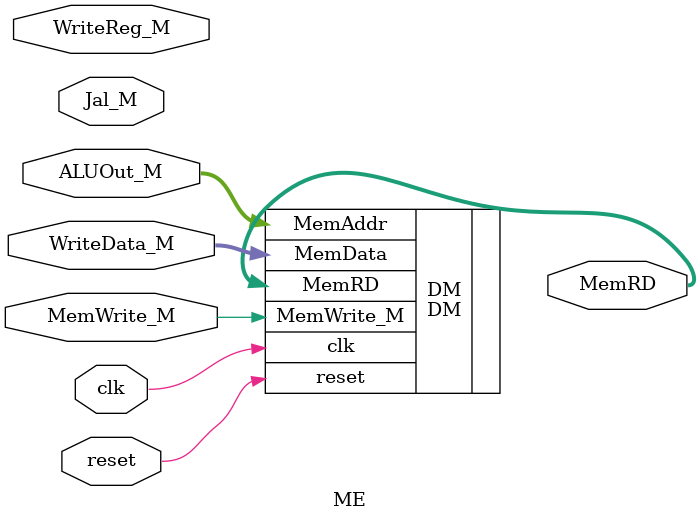
<source format=v>
`timescale 1ns / 1ps
module ME(
	 input clk,
	 input reset,
	 input MemWrite_M,
	 inout [31:0] ALUOut_M,
	 inout Jal_M,
	 input [31:0] WriteData_M,
	 inout [4:0] WriteReg_M,
	 output [31:0] MemRD
    ); 
	 
	 DM DM(.clk(clk), .reset(reset), .MemAddr(ALUOut_M), .MemData(WriteData_M), .MemWrite_M(MemWrite_M), .MemRD(MemRD));

endmodule

</source>
